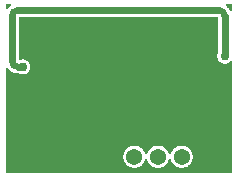
<source format=gbl>
G04 Layer: BottomLayer*
G04 EasyEDA v6.4.7, 2021-01-18T10:53:27+01:00*
G04 aa4ddc66a76449b48dffd980d3e90acf,8dc9eacff13444d6b60fd3cb587e6cd5,01*
G04 Gerber Generator version 0.2*
G04 Scale: 100 percent, Rotated: No, Reflected: No *
G04 Dimensions in inches *
G04 leading zeros omitted , absolute positions ,2 integer and 4 decimal *
%FSLAX24Y24*%
%MOIN*%
G90*
D02*

%ADD12C,0.024000*%
%ADD14C,0.029750*%
%ADD18C,0.054000*%

%LPD*%
G36*
G01X210Y5694D02*
G01X95Y5694D01*
G01X89Y5693D01*
G01X84Y5691D01*
G01X74Y5685D01*
G01X70Y5681D01*
G01X64Y5671D01*
G01X62Y5666D01*
G01X61Y5660D01*
G01X61Y5545D01*
G01X62Y5539D01*
G01X64Y5534D01*
G01X67Y5529D01*
G01X70Y5525D01*
G01X74Y5521D01*
G01X79Y5517D01*
G01X84Y5514D01*
G01X89Y5512D01*
G01X95Y5511D01*
G01X107Y5511D01*
G01X119Y5515D01*
G01X124Y5518D01*
G01X133Y5527D01*
G01X145Y5543D01*
G01X157Y5557D01*
G01X170Y5572D01*
G01X183Y5585D01*
G01X198Y5598D01*
G01X212Y5610D01*
G01X228Y5622D01*
G01X237Y5631D01*
G01X240Y5636D01*
G01X244Y5648D01*
G01X244Y5660D01*
G01X243Y5666D01*
G01X241Y5671D01*
G01X238Y5676D01*
G01X234Y5681D01*
G01X230Y5685D01*
G01X226Y5688D01*
G01X221Y5691D01*
G01X215Y5693D01*
G01X210Y5694D01*
G37*

%LPD*%
G36*
G01X7581Y5694D02*
G01X7427Y5694D01*
G01X7421Y5693D01*
G01X7416Y5691D01*
G01X7406Y5685D01*
G01X7402Y5681D01*
G01X7396Y5671D01*
G01X7394Y5666D01*
G01X7392Y5654D01*
G01X7394Y5642D01*
G01X7397Y5636D01*
G01X7400Y5631D01*
G01X7404Y5626D01*
G01X7409Y5622D01*
G01X7424Y5611D01*
G01X7438Y5599D01*
G01X7452Y5586D01*
G01X7478Y5560D01*
G01X7490Y5546D01*
G01X7512Y5516D01*
G01X7522Y5500D01*
G01X7531Y5484D01*
G01X7540Y5467D01*
G01X7543Y5462D01*
G01X7547Y5457D01*
G01X7557Y5449D01*
G01X7569Y5445D01*
G01X7581Y5445D01*
G01X7587Y5447D01*
G01X7597Y5451D01*
G01X7602Y5455D01*
G01X7606Y5459D01*
G01X7609Y5463D01*
G01X7612Y5468D01*
G01X7614Y5474D01*
G01X7615Y5479D01*
G01X7616Y5485D01*
G01X7616Y5654D01*
G01X7614Y5666D01*
G01X7612Y5671D01*
G01X7606Y5681D01*
G01X7602Y5685D01*
G01X7592Y5691D01*
G01X7587Y5693D01*
G01X7581Y5694D01*
G37*

%LPD*%
G36*
G01X7101Y5259D02*
G01X536Y5259D01*
G01X530Y5258D01*
G01X525Y5257D01*
G01X519Y5255D01*
G01X514Y5252D01*
G01X510Y5249D01*
G01X506Y5245D01*
G01X502Y5240D01*
G01X498Y5230D01*
G01X496Y5224D01*
G01X496Y3859D01*
G01X498Y3853D01*
G01X502Y3843D01*
G01X506Y3838D01*
G01X510Y3834D01*
G01X514Y3831D01*
G01X519Y3828D01*
G01X525Y3826D01*
G01X530Y3825D01*
G01X536Y3824D01*
G01X543Y3825D01*
G01X549Y3826D01*
G01X565Y3831D01*
G01X581Y3835D01*
G01X597Y3838D01*
G01X629Y3840D01*
G01X644Y3839D01*
G01X658Y3838D01*
G01X673Y3836D01*
G01X687Y3833D01*
G01X715Y3825D01*
G01X741Y3813D01*
G01X767Y3799D01*
G01X779Y3790D01*
G01X801Y3772D01*
G01X811Y3761D01*
G01X821Y3751D01*
G01X830Y3739D01*
G01X846Y3715D01*
G01X853Y3702D01*
G01X859Y3689D01*
G01X864Y3675D01*
G01X869Y3662D01*
G01X872Y3648D01*
G01X875Y3633D01*
G01X879Y3605D01*
G01X879Y3575D01*
G01X875Y3547D01*
G01X872Y3532D01*
G01X869Y3518D01*
G01X864Y3505D01*
G01X859Y3491D01*
G01X853Y3478D01*
G01X846Y3465D01*
G01X830Y3441D01*
G01X821Y3429D01*
G01X811Y3419D01*
G01X801Y3408D01*
G01X779Y3390D01*
G01X767Y3381D01*
G01X741Y3367D01*
G01X715Y3355D01*
G01X687Y3347D01*
G01X673Y3344D01*
G01X658Y3342D01*
G01X644Y3341D01*
G01X629Y3340D01*
G01X597Y3342D01*
G01X582Y3345D01*
G01X566Y3348D01*
G01X551Y3353D01*
G01X521Y3365D01*
G01X515Y3367D01*
G01X510Y3369D01*
G01X453Y3369D01*
G01X434Y3371D01*
G01X416Y3373D01*
G01X397Y3376D01*
G01X379Y3380D01*
G01X360Y3384D01*
G01X342Y3390D01*
G01X325Y3396D01*
G01X307Y3403D01*
G01X273Y3419D01*
G01X225Y3449D01*
G01X211Y3461D01*
G01X196Y3473D01*
G01X182Y3486D01*
G01X169Y3499D01*
G01X156Y3513D01*
G01X144Y3527D01*
G01X133Y3542D01*
G01X129Y3547D01*
G01X119Y3555D01*
G01X107Y3559D01*
G01X95Y3559D01*
G01X89Y3557D01*
G01X79Y3553D01*
G01X74Y3549D01*
G01X70Y3545D01*
G01X67Y3541D01*
G01X64Y3536D01*
G01X62Y3530D01*
G01X61Y3525D01*
G01X61Y95D01*
G01X62Y89D01*
G01X64Y84D01*
G01X70Y74D01*
G01X74Y70D01*
G01X84Y64D01*
G01X89Y62D01*
G01X95Y61D01*
G01X101Y61D01*
G01X101Y60D01*
G01X7576Y61D01*
G01X7581Y61D01*
G01X7587Y62D01*
G01X7592Y64D01*
G01X7602Y70D01*
G01X7606Y74D01*
G01X7612Y84D01*
G01X7614Y89D01*
G01X7615Y95D01*
G01X7616Y100D01*
G01X7616Y3749D01*
G01X7615Y3755D01*
G01X7614Y3760D01*
G01X7612Y3766D01*
G01X7609Y3771D01*
G01X7606Y3775D01*
G01X7602Y3779D01*
G01X7597Y3783D01*
G01X7587Y3787D01*
G01X7581Y3789D01*
G01X7569Y3789D01*
G01X7563Y3787D01*
G01X7556Y3784D01*
G01X7551Y3781D01*
G01X7546Y3776D01*
G01X7536Y3765D01*
G01X7525Y3755D01*
G01X7501Y3737D01*
G01X7489Y3729D01*
G01X7476Y3722D01*
G01X7462Y3716D01*
G01X7449Y3710D01*
G01X7435Y3706D01*
G01X7420Y3702D01*
G01X7406Y3699D01*
G01X7391Y3696D01*
G01X7376Y3695D01*
G01X7347Y3695D01*
G01X7333Y3696D01*
G01X7318Y3698D01*
G01X7304Y3701D01*
G01X7290Y3705D01*
G01X7276Y3710D01*
G01X7263Y3715D01*
G01X7250Y3721D01*
G01X7237Y3728D01*
G01X7224Y3736D01*
G01X7212Y3744D01*
G01X7201Y3753D01*
G01X7190Y3763D01*
G01X7180Y3773D01*
G01X7170Y3784D01*
G01X7161Y3795D01*
G01X7153Y3807D01*
G01X7145Y3820D01*
G01X7138Y3832D01*
G01X7132Y3845D01*
G01X7122Y3873D01*
G01X7116Y3901D01*
G01X7114Y3915D01*
G01X7112Y3930D01*
G01X7112Y3960D01*
G01X7116Y3992D01*
G01X7120Y4008D01*
G01X7130Y4038D01*
G01X7137Y4053D01*
G01X7139Y4058D01*
G01X7141Y4070D01*
G01X7141Y5219D01*
G01X7140Y5224D01*
G01X7139Y5230D01*
G01X7137Y5235D01*
G01X7131Y5245D01*
G01X7127Y5249D01*
G01X7117Y5255D01*
G01X7112Y5257D01*
G01X7106Y5258D01*
G01X7101Y5259D01*
G37*

%LPC*%
G36*
G01X4367Y968D02*
G01X4350Y969D01*
G01X4332Y968D01*
G01X4315Y967D01*
G01X4297Y965D01*
G01X4280Y962D01*
G01X4262Y958D01*
G01X4245Y954D01*
G01X4228Y948D01*
G01X4212Y942D01*
G01X4180Y928D01*
G01X4164Y919D01*
G01X4149Y910D01*
G01X4135Y900D01*
G01X4120Y890D01*
G01X4081Y854D01*
G01X4069Y841D01*
G01X4058Y827D01*
G01X4048Y813D01*
G01X4038Y798D01*
G01X4020Y768D01*
G01X4012Y752D01*
G01X4005Y736D01*
G01X3999Y719D01*
G01X3989Y685D01*
G01X3983Y651D01*
G01X3980Y633D01*
G01X3979Y616D01*
G01X3979Y580D01*
G01X3980Y563D01*
G01X3983Y545D01*
G01X3986Y528D01*
G01X3989Y510D01*
G01X3994Y493D01*
G01X3999Y477D01*
G01X4005Y460D01*
G01X4012Y444D01*
G01X4020Y428D01*
G01X4029Y412D01*
G01X4038Y397D01*
G01X4058Y369D01*
G01X4069Y355D01*
G01X4081Y342D01*
G01X4094Y329D01*
G01X4107Y318D01*
G01X4120Y306D01*
G01X4135Y296D01*
G01X4149Y286D01*
G01X4164Y277D01*
G01X4180Y268D01*
G01X4196Y260D01*
G01X4212Y253D01*
G01X4228Y247D01*
G01X4262Y237D01*
G01X4280Y234D01*
G01X4297Y231D01*
G01X4315Y229D01*
G01X4332Y227D01*
G01X4367Y227D01*
G01X4385Y229D01*
G01X4402Y231D01*
G01X4420Y234D01*
G01X4437Y237D01*
G01X4471Y247D01*
G01X4487Y253D01*
G01X4503Y260D01*
G01X4535Y276D01*
G01X4550Y285D01*
G01X4564Y295D01*
G01X4592Y317D01*
G01X4605Y329D01*
G01X4617Y341D01*
G01X4641Y367D01*
G01X4651Y381D01*
G01X4661Y396D01*
G01X4679Y426D01*
G01X4687Y442D01*
G01X4694Y458D01*
G01X4700Y475D01*
G01X4705Y491D01*
G01X4707Y497D01*
G01X4710Y502D01*
G01X4713Y506D01*
G01X4717Y510D01*
G01X4722Y514D01*
G01X4732Y518D01*
G01X4738Y520D01*
G01X4749Y520D01*
G01X4755Y518D01*
G01X4765Y514D01*
G01X4770Y510D01*
G01X4774Y506D01*
G01X4777Y502D01*
G01X4780Y497D01*
G01X4782Y491D01*
G01X4787Y475D01*
G01X4793Y458D01*
G01X4800Y442D01*
G01X4808Y426D01*
G01X4826Y396D01*
G01X4836Y381D01*
G01X4846Y367D01*
G01X4870Y341D01*
G01X4882Y329D01*
G01X4895Y317D01*
G01X4923Y295D01*
G01X4937Y285D01*
G01X4952Y276D01*
G01X4984Y260D01*
G01X5000Y253D01*
G01X5016Y247D01*
G01X5050Y237D01*
G01X5067Y234D01*
G01X5085Y231D01*
G01X5102Y229D01*
G01X5120Y227D01*
G01X5155Y227D01*
G01X5172Y229D01*
G01X5190Y231D01*
G01X5224Y237D01*
G01X5258Y247D01*
G01X5275Y253D01*
G01X5291Y260D01*
G01X5307Y268D01*
G01X5322Y276D01*
G01X5337Y285D01*
G01X5352Y295D01*
G01X5366Y306D01*
G01X5379Y317D01*
G01X5405Y341D01*
G01X5417Y354D01*
G01X5428Y367D01*
G01X5439Y381D01*
G01X5448Y396D01*
G01X5458Y411D01*
G01X5466Y426D01*
G01X5474Y442D01*
G01X5481Y458D01*
G01X5487Y475D01*
G01X5493Y491D01*
G01X5495Y497D01*
G01X5497Y502D01*
G01X5509Y514D01*
G01X5514Y516D01*
G01X5520Y518D01*
G01X5525Y520D01*
G01X5537Y520D01*
G01X5552Y514D01*
G01X5557Y510D01*
G01X5561Y506D01*
G01X5564Y502D01*
G01X5567Y497D01*
G01X5569Y491D01*
G01X5575Y475D01*
G01X5581Y458D01*
G01X5588Y442D01*
G01X5596Y426D01*
G01X5604Y411D01*
G01X5613Y396D01*
G01X5623Y381D01*
G01X5634Y367D01*
G01X5645Y354D01*
G01X5657Y341D01*
G01X5669Y329D01*
G01X5683Y317D01*
G01X5696Y306D01*
G01X5710Y295D01*
G01X5725Y285D01*
G01X5740Y276D01*
G01X5755Y268D01*
G01X5771Y260D01*
G01X5787Y253D01*
G01X5804Y247D01*
G01X5838Y237D01*
G01X5872Y231D01*
G01X5889Y229D01*
G01X5907Y227D01*
G01X5942Y227D01*
G01X5960Y229D01*
G01X5977Y231D01*
G01X5995Y234D01*
G01X6012Y237D01*
G01X6046Y247D01*
G01X6062Y253D01*
G01X6079Y260D01*
G01X6095Y268D01*
G01X6125Y286D01*
G01X6140Y296D01*
G01X6154Y306D01*
G01X6168Y318D01*
G01X6181Y329D01*
G01X6205Y355D01*
G01X6227Y383D01*
G01X6237Y397D01*
G01X6246Y412D01*
G01X6262Y444D01*
G01X6269Y460D01*
G01X6275Y477D01*
G01X6281Y493D01*
G01X6285Y510D01*
G01X6289Y528D01*
G01X6292Y545D01*
G01X6294Y563D01*
G01X6295Y580D01*
G01X6296Y598D01*
G01X6295Y616D01*
G01X6294Y633D01*
G01X6292Y651D01*
G01X6289Y668D01*
G01X6281Y702D01*
G01X6269Y736D01*
G01X6262Y752D01*
G01X6254Y768D01*
G01X6246Y783D01*
G01X6237Y798D01*
G01X6227Y813D01*
G01X6205Y841D01*
G01X6193Y854D01*
G01X6181Y866D01*
G01X6168Y878D01*
G01X6154Y890D01*
G01X6140Y900D01*
G01X6125Y910D01*
G01X6095Y928D01*
G01X6079Y935D01*
G01X6062Y942D01*
G01X6046Y948D01*
G01X6029Y954D01*
G01X5995Y962D01*
G01X5977Y965D01*
G01X5960Y967D01*
G01X5942Y968D01*
G01X5925Y969D01*
G01X5889Y967D01*
G01X5872Y965D01*
G01X5838Y959D01*
G01X5804Y949D01*
G01X5787Y943D01*
G01X5771Y936D01*
G01X5755Y928D01*
G01X5740Y920D01*
G01X5725Y911D01*
G01X5710Y901D01*
G01X5696Y890D01*
G01X5683Y879D01*
G01X5669Y867D01*
G01X5657Y855D01*
G01X5645Y842D01*
G01X5623Y814D01*
G01X5613Y800D01*
G01X5604Y785D01*
G01X5596Y769D01*
G01X5588Y754D01*
G01X5581Y738D01*
G01X5569Y704D01*
G01X5567Y699D01*
G01X5564Y694D01*
G01X5561Y690D01*
G01X5557Y686D01*
G01X5552Y682D01*
G01X5547Y679D01*
G01X5542Y677D01*
G01X5537Y676D01*
G01X5525Y676D01*
G01X5520Y677D01*
G01X5514Y679D01*
G01X5509Y682D01*
G01X5497Y694D01*
G01X5493Y704D01*
G01X5481Y738D01*
G01X5474Y754D01*
G01X5466Y769D01*
G01X5458Y785D01*
G01X5448Y800D01*
G01X5439Y814D01*
G01X5417Y842D01*
G01X5405Y855D01*
G01X5379Y879D01*
G01X5366Y890D01*
G01X5352Y901D01*
G01X5337Y911D01*
G01X5322Y920D01*
G01X5307Y928D01*
G01X5291Y936D01*
G01X5275Y943D01*
G01X5258Y949D01*
G01X5224Y959D01*
G01X5190Y965D01*
G01X5172Y967D01*
G01X5155Y968D01*
G01X5137Y969D01*
G01X5120Y968D01*
G01X5102Y967D01*
G01X5085Y965D01*
G01X5067Y962D01*
G01X5050Y959D01*
G01X5016Y949D01*
G01X5000Y943D01*
G01X4984Y936D01*
G01X4952Y920D01*
G01X4937Y911D01*
G01X4923Y901D01*
G01X4895Y879D01*
G01X4882Y867D01*
G01X4870Y855D01*
G01X4858Y842D01*
G01X4846Y828D01*
G01X4826Y800D01*
G01X4817Y785D01*
G01X4808Y769D01*
G01X4800Y754D01*
G01X4793Y738D01*
G01X4787Y721D01*
G01X4782Y704D01*
G01X4780Y699D01*
G01X4777Y694D01*
G01X4774Y690D01*
G01X4770Y686D01*
G01X4765Y682D01*
G01X4760Y679D01*
G01X4755Y677D01*
G01X4749Y676D01*
G01X4738Y676D01*
G01X4732Y677D01*
G01X4727Y679D01*
G01X4722Y682D01*
G01X4717Y686D01*
G01X4713Y690D01*
G01X4710Y694D01*
G01X4707Y699D01*
G01X4705Y704D01*
G01X4700Y721D01*
G01X4694Y738D01*
G01X4687Y754D01*
G01X4679Y769D01*
G01X4670Y785D01*
G01X4661Y800D01*
G01X4641Y828D01*
G01X4629Y842D01*
G01X4617Y855D01*
G01X4605Y867D01*
G01X4592Y879D01*
G01X4564Y901D01*
G01X4550Y911D01*
G01X4535Y920D01*
G01X4503Y936D01*
G01X4487Y943D01*
G01X4471Y949D01*
G01X4437Y959D01*
G01X4420Y962D01*
G01X4402Y965D01*
G01X4385Y967D01*
G01X4367Y968D01*
G37*

%LPD*%
G54D12*
G01X472Y5480D02*
G01X7165Y5480D01*
G01X7362Y5283D02*
G01X7362Y3944D01*
G01X275Y5283D02*
G01X275Y3787D01*
G01X472Y3590D02*
G01X629Y3590D01*
G75*
G01X7165Y5480D02*
G02X7362Y5284I0J-197D01*
G01*
G75*
G01X472Y5480D02*
G03X276Y5284I0J-197D01*
G01*
G75*
G01X276Y3787D02*
G03X472Y3591I196J0D01*
G01*
G36*
G01X3292Y868D02*
G01X3832Y868D01*
G01X3832Y328D01*
G01X3292Y328D01*
G01X3292Y868D01*
G37*
G54D18*
G01X4350Y598D03*
G01X5137Y598D03*
G01X5925Y598D03*
G54D14*
G01X5196Y2429D03*
G01X1476Y3708D03*
G01X2224Y2527D03*
G01X2185Y1937D03*
G01X3818Y2429D03*
G01X1043Y893D03*
G01X2263Y1228D03*
G01X2224Y637D03*
G01X6141Y3472D03*
G01X6811Y2192D03*
G01X7362Y3944D03*
G01X629Y3590D03*
M00*
M02*

</source>
